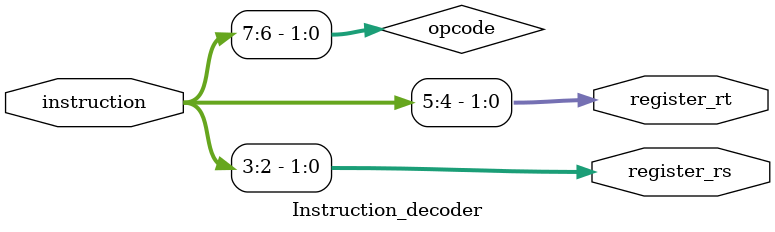
<source format=v>
`timescale 1ns / 1ps


module Instruction_decoder(
    input [7:0] instruction,
    output reg [1:0] register_rs,
    output reg [1:0] register_rt
    );
   
  reg [1:0] opcode;
  always @(*) begin 
    opcode <= instruction[7:6];
    if(opcode == 2'b00) begin
        register_rt <= instruction[5:4];
        register_rs <= instruction[3:2];
    end  
    else begin
        register_rt <= instruction[5:4];
        register_rs <= instruction[3:2];
    end
  end
endmodule

</source>
